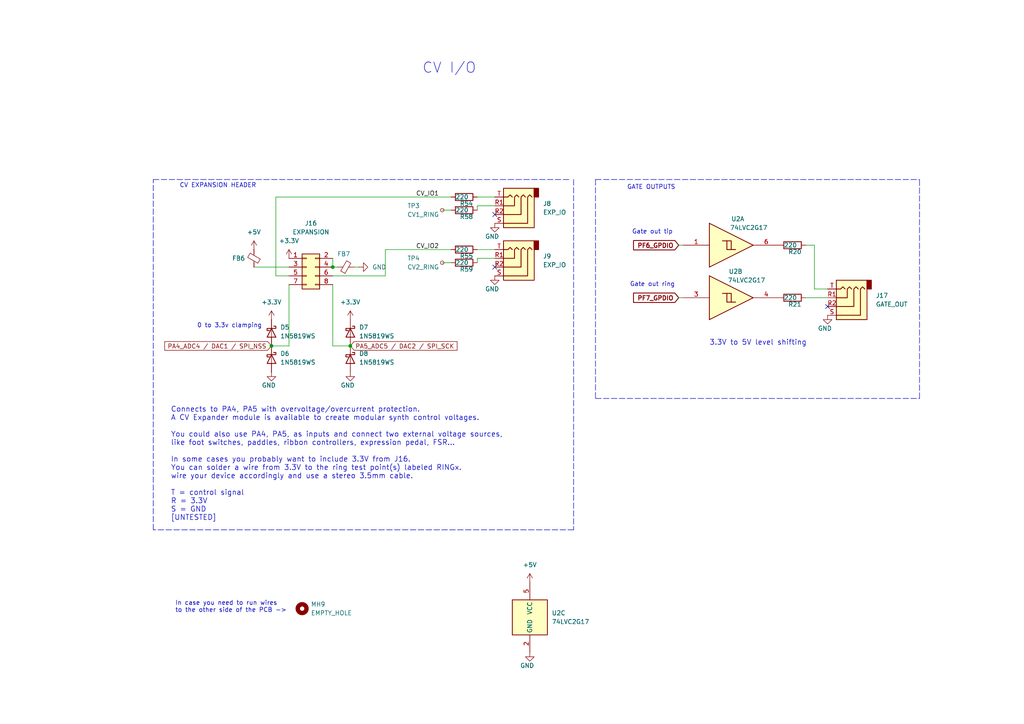
<source format=kicad_sch>
(kicad_sch (version 20250114) (generator "eeschema") (generator_version "9.0")
  (paper "A4")
  (title_block (title "https://github.com/ksoloti/ksoloti-gills") (date "2025-11-19") (rev "v0.6"))
  (lib_symbols
    (symbol "74xGxx:74LVC2G17"
      (property "Reference" "U" (at -1.27 7.62 0))
      (property "Value" "74LVC2G17" (at 2.54 -7.62 0))
      (symbol "74LVC2G17_1_1"
        (polyline (pts (xy -7.62 6.35) (xy -7.62 -6.35) (xy 5.08 0) (xy -7.62 6.35)) (stroke (width 0.254)) (fill (type background)))
        (polyline (pts (xy -3.81 1.27) (xy -2.54 1.27) (xy -2.54 -1.27) (xy 0 -1.27)) (stroke (width 0.254)) (fill (type background)))
        (polyline (pts (xy -2.54 1.27) (xy -1.27 1.27) (xy -1.27 -1.27)) (stroke (width 0.254)) (fill (type background)))
        (pin input line (at -15.24 0 0) (length 7.62) (name "~") (number "1"))
        (pin output line (at 12.7 0 180) (length 7.62) (name "~") (number "6"))
      )
      (symbol "74LVC2G17_2_1"
        (polyline (pts (xy -7.62 6.35) (xy -7.62 -6.35) (xy 5.08 0) (xy -7.62 6.35)) (stroke (width 0.254)) (fill (type background)))
        (polyline (pts (xy -3.81 1.27) (xy -2.54 1.27) (xy -2.54 -1.27) (xy 0 -1.27)) (stroke (width 0.254)) (fill (type background)))
        (polyline (pts (xy -2.54 1.27) (xy -1.27 1.27) (xy -1.27 -1.27)) (stroke (width 0.254)) (fill (type background)))
        (pin input line (at -15.24 0 0) (length 7.62) (name "~") (number "3"))
        (pin output line (at 12.7 0 180) (length 7.62) (name "~") (number "4"))
      )
      (symbol "74LVC2G17_3_0"
        (rectangle (start -5.08 -5.08) (end 5.08 5.08) (stroke (width 0.254)) (fill (type background)))
      )
      (symbol "74LVC2G17_3_1"
        (pin power_in line (at 0 10.16 270) (length 5.08) (name "VCC") (number "5"))
        (pin power_in line (at 0 -10.16 90) (length 5.08) (name "GND") (number "2"))
      )
    )
    (symbol "Connector:TestPoint_Small" (pin_numbers (hide yes)) (pin_names (offset 0.762) (hide yes))
      (property "Reference" "TP" (at 0 3.81 0))
      (property "Value" "TestPoint_Small" (at 0 2.032 0))
      (symbol "TestPoint_Small_0_1"
        (circle (center 0 0) (radius 0.508))
      )
      (symbol "TestPoint_Small_1_1"
        (pin passive line (at 0 0 90) (length 0) (name "1") (number "1"))
      )
    )
    (symbol "Connector_Audio:AudioJack4"
      (property "Reference" "J" (at 0 8.89 0))
      (property "Value" "AudioJack4" (at 0 6.35 0))
      (symbol "AudioJack4_0_1"
        (rectangle (start -6.35 -5.08) (end -7.62 -7.62) (stroke (width 0.254)) (fill (type outline)))
        (polyline (pts (xy -5.715 -5.08) (xy -5.08 -5.715) (xy -4.445 -5.08) (xy -4.445 2.54) (xy 2.54 2.54)) (stroke (width 0.254)))
        (polyline (pts (xy -1.905 -5.08) (xy -1.27 -5.715) (xy -0.635 -5.08) (xy -0.635 -2.54) (xy 2.54 -2.54)) (stroke (width 0.254)))
        (polyline (pts (xy 0 -5.08) (xy 0.635 -5.715) (xy 1.27 -5.08) (xy 2.54 -5.08)) (stroke (width 0.254)))
        (rectangle (start 2.54 3.81) (end -6.35 -7.62) (stroke (width 0.254)) (fill (type background)))
        (polyline (pts (xy 2.54 0) (xy -2.54 0) (xy -2.54 -5.08) (xy -3.175 -5.715) (xy -3.81 -5.08)) (stroke (width 0.254)))
      )
      (symbol "AudioJack4_1_1"
        (pin passive line (at 5.08 2.54 180) (length 2.54) (name "~") (number "S"))
        (pin passive line (at 5.08 0 180) (length 2.54) (name "~") (number "R2"))
        (pin passive line (at 5.08 -2.54 180) (length 2.54) (name "~") (number "R1"))
        (pin passive line (at 5.08 -5.08 180) (length 2.54) (name "~") (number "T"))
      )
    )
    (symbol "Connector_Generic:Conn_02x04_Odd_Even" (pin_names (offset 1.016) (hide yes))
      (property "Reference" "J" (at 1.27 5.08 0))
      (property "Value" "Conn_02x04_Odd_Even" (at 1.27 -7.62 0))
      (symbol "Conn_02x04_Odd_Even_1_1"
        (rectangle (start -1.27 3.81) (end 3.81 -6.35) (stroke (width 0.254)) (fill (type background)))
        (rectangle (start -1.27 2.667) (end 0 2.413) (stroke (width 0.1524)))
        (rectangle (start -1.27 0.127) (end 0 -0.127) (stroke (width 0.1524)))
        (rectangle (start -1.27 -2.413) (end 0 -2.667) (stroke (width 0.1524)))
        (rectangle (start -1.27 -4.953) (end 0 -5.207) (stroke (width 0.1524)))
        (rectangle (start 3.81 2.667) (end 2.54 2.413) (stroke (width 0.1524)))
        (rectangle (start 3.81 0.127) (end 2.54 -0.127) (stroke (width 0.1524)))
        (rectangle (start 3.81 -2.413) (end 2.54 -2.667) (stroke (width 0.1524)))
        (rectangle (start 3.81 -4.953) (end 2.54 -5.207) (stroke (width 0.1524)))
        (pin passive line (at -5.08 2.54 0) (length 3.81) (name "Pin_1") (number "1"))
        (pin passive line (at -5.08 0 0) (length 3.81) (name "Pin_3") (number "3"))
        (pin passive line (at -5.08 -2.54 0) (length 3.81) (name "Pin_5") (number "5"))
        (pin passive line (at -5.08 -5.08 0) (length 3.81) (name "Pin_7") (number "7"))
        (pin passive line (at 7.62 2.54 180) (length 3.81) (name "Pin_2") (number "2"))
        (pin passive line (at 7.62 0 180) (length 3.81) (name "Pin_4") (number "4"))
        (pin passive line (at 7.62 -2.54 180) (length 3.81) (name "Pin_6") (number "6"))
        (pin passive line (at 7.62 -5.08 180) (length 3.81) (name "Pin_8") (number "8"))
      )
    )
    (symbol "Device:FerriteBead_Small" (pin_numbers (hide yes)) (pin_names (offset 0))
      (property "Reference" "FB" (at 1.905 1.27 0))
      (property "Value" "FerriteBead_Small" (at 1.905 -1.27 0))
      (symbol "FerriteBead_Small_0_1"
        (polyline (pts (xy -1.8288 0.2794) (xy -1.1176 1.4986) (xy 1.8288 -0.2032) (xy 1.1176 -1.4224) (xy -1.8288 0.2794)))
        (polyline (pts (xy 0 0.889) (xy 0 1.2954)))
        (polyline (pts (xy 0 -1.27) (xy 0 -0.7874)))
      )
      (symbol "FerriteBead_Small_1_1"
        (pin passive line (at 0 2.54 270) (length 1.27) (name "~") (number "1"))
        (pin passive line (at 0 -2.54 90) (length 1.27) (name "~") (number "2"))
      )
    )
    (symbol "Device:R" (pin_numbers (hide yes)) (pin_names (offset 0))
      (property "Reference" "R" (at 2.032 0 90))
      (property "Value" "R" (at 0 0 90))
      (symbol "R_0_1"
        (rectangle (start -1.016 -2.54) (end 1.016 2.54) (stroke (width 0.254)))
      )
      (symbol "R_1_1"
        (pin passive line (at 0 3.81 270) (length 1.27) (name "~") (number "1"))
        (pin passive line (at 0 -3.81 90) (length 1.27) (name "~") (number "2"))
      )
    )
    (symbol "Diode:1N5819WS" (pin_numbers (hide yes)) (pin_names (offset 1.016) (hide yes))
      (property "Reference" "D" (at 0 2.54 0))
      (property "Value" "1N5819WS" (at 0 -2.54 0))
      (symbol "1N5819WS_0_1"
        (polyline (pts (xy -1.905 0.635) (xy -1.905 1.27) (xy -1.27 1.27) (xy -1.27 -1.27) (xy -0.635 -1.27) (xy -0.635 -0.635)) (stroke (width 0.254)))
        (polyline (pts (xy 1.27 1.27) (xy 1.27 -1.27) (xy -1.27 0) (xy 1.27 1.27)) (stroke (width 0.254)))
        (polyline (pts (xy 1.27 0) (xy -1.27 0)))
      )
      (symbol "1N5819WS_1_1"
        (pin passive line (at -3.81 0 0) (length 2.54) (name "K") (number "1"))
        (pin passive line (at 3.81 0 180) (length 2.54) (name "A") (number "2"))
      )
    )
    (symbol "Mechanical:MountingHole" (pin_names (offset 1.016)) (in_bom no)
      (property "Reference" "H" (at 0 5.08 0))
      (property "Value" "MountingHole" (at 0 3.175 0))
      (symbol "MountingHole_0_1"
        (circle (center 0 0) (radius 1.27) (stroke (width 1.27)))
      )
    )
    (symbol "power:+3.3V" (power) (pin_numbers (hide yes)) (pin_names (offset 0) (hide yes))
      (property "Value" "+3.3V" (at 0 3.556 0))
      (symbol "+3.3V_0_1"
        (polyline (pts (xy -0.762 1.27) (xy 0 2.54)))
        (polyline (pts (xy 0 2.54) (xy 0.762 1.27)))
        (polyline (pts (xy 0 0) (xy 0 2.54)))
      )
      (symbol "+3.3V_1_1"
        (pin power_in line (at 0 0 90) (length 0) (name "~") (number "1"))
      )
    )
    (symbol "power:+5V" (power) (pin_numbers (hide yes)) (pin_names (offset 0) (hide yes))
      (property "Value" "+5V" (at 0 3.556 0))
      (symbol "+5V_0_1"
        (polyline (pts (xy -0.762 1.27) (xy 0 2.54)))
        (polyline (pts (xy 0 2.54) (xy 0.762 1.27)))
        (polyline (pts (xy 0 0) (xy 0 2.54)))
      )
      (symbol "+5V_1_1"
        (pin power_in line (at 0 0 90) (length 0) (name "~") (number "1"))
      )
    )
    (symbol "power:GND" (power) (pin_numbers (hide yes)) (pin_names (offset 0) (hide yes))
      (property "Value" "GND" (at 0 -3.81 0))
      (symbol "GND_0_1"
        (polyline (pts (xy 0 0) (xy 0 -1.27) (xy 1.27 -1.27) (xy 0 -2.54) (xy -1.27 -1.27) (xy 0 -1.27)))
      )
      (symbol "GND_1_1"
        (pin power_in line (at 0 0 270) (length 0) (name "~") (number "1"))
      )
    )
  )
  (text "In case you need to run wires\nto the other side of the PCB ->" (at 50.8 177.8 0) (effects (font (size 1.27 1.27)) (justify left bottom)))
  (text "CV I/O" (at 122.428 21.59 0) (effects (font (size 3 3)) (justify left bottom)))
  (text "0 to 3.3v clamping" (at 57.15 95.25 0) (effects (font (size 1.27 1.27)) (justify left bottom)))
  (text "3.3V to 5V level shifting" (at 205.74 100.33 0) (effects (font (size 1.5 1.5)) (justify left bottom)))
  (text "GATE OUTPUTS" (at 181.864 55.118 0) (effects (font (size 1.27 1.27)) (justify left bottom)))
  (text "Connects to PA4, PA5 with overvoltage/overcurrent protection.\nA CV Expander module is available to create modular synth control voltages.\n\nYou could also use PA4, PA5, as inputs and connect two external voltage sources,\nlike foot switches, paddles, ribbon controllers, expression pedal, FSR...\n\nIn some cases you probably want to include 3.3V from J16.\nYou can solder a wire from 3.3V to the ring test point(s) labeled RINGx.\nwire your device accordingly and use a stereo 3.5mm cable.\n\nT = control signal\nR = 3.3V\nS = GND\n[UNTESTED]" (at 49.53 151.13 0) (effects (font (size 1.5 1.5)) (justify left bottom)))
  (text "Gate out tip" (at 189.23 67.31 0) (effects (font (size 1.27 1.27))))
  (text "Gate out ring" (at 189.23 82.55 0) (effects (font (size 1.27 1.27))))
  (text "CV EXPANSION HEADER" (at 52.07 54.61 0) (effects (font (size 1.27 1.27)) (justify left bottom)))
  (junction (at 101.6 100.33))
  (junction (at 78.74 100.33))
  (junction (at 96.52 77.47))
  (no_connect (at 240.03 88.9))
  (no_connect (at 143.51 62.23))
  (no_connect (at 143.51 77.47))
  (wire (pts (xy 96.52 74.93) (xy 96.52 77.47)))
  (wire (pts (xy 97.79 77.47) (xy 96.52 77.47)))
  (wire (pts (xy 236.22 83.82) (xy 236.22 71.12)))
  (wire (pts (xy 236.22 71.12) (xy 233.68 71.12)))
  (wire (pts (xy 96.52 80.01) (xy 111.76 80.01)))
  (wire (pts (xy 196.85 86.36) (xy 198.12 86.36)))
  (wire (pts (xy 236.22 83.82) (xy 240.03 83.82)))
  (wire (pts (xy 233.68 86.36) (xy 240.03 86.36)))
  (wire (pts (xy 138.43 72.39) (xy 143.51 72.39)))
  (wire (pts (xy 83.82 82.55) (xy 83.82 100.33)))
  (wire (pts (xy 143.51 74.93) (xy 138.43 74.93)))
  (wire (pts (xy 80.01 57.15) (xy 80.01 80.01)))
  (wire (pts (xy 128.27 76.2) (xy 130.81 76.2)))
  (polyline (pts (xy 166.37 153.67) (xy 44.45 153.67)) (stroke (width 0) (type dash)))
  (polyline (pts (xy 266.7 115.57) (xy 266.7 52.07)) (stroke (width 0) (type dash)))
  (wire (pts (xy 96.52 82.55) (xy 96.52 100.33)))
  (polyline (pts (xy 172.72 52.07) (xy 172.72 115.57)) (stroke (width 0) (type dash)))
  (wire (pts (xy 73.66 77.47) (xy 83.82 77.47)))
  (polyline (pts (xy 172.72 115.57) (xy 266.7 115.57)) (stroke (width 0) (type dash)))
  (wire (pts (xy 102.87 77.47) (xy 104.14 77.47)))
  (wire (pts (xy 128.27 60.96) (xy 130.81 60.96)))
  (wire (pts (xy 196.85 71.12) (xy 198.12 71.12)))
  (wire (pts (xy 111.76 80.01) (xy 111.76 72.39)))
  (polyline (pts (xy 44.45 153.67) (xy 44.45 52.07)) (stroke (width 0) (type dash)))
  (wire (pts (xy 96.52 100.33) (xy 101.6 100.33)))
  (wire (pts (xy 80.01 57.15) (xy 130.81 57.15)))
  (wire (pts (xy 138.43 59.69) (xy 138.43 60.96)))
  (wire (pts (xy 111.76 72.39) (xy 130.81 72.39)))
  (polyline (pts (xy 166.37 52.07) (xy 166.37 153.67)) (stroke (width 0) (type dash)))
  (wire (pts (xy 78.74 100.33) (xy 83.82 100.33)))
  (polyline (pts (xy 172.72 52.07) (xy 266.7 52.07)) (stroke (width 0) (type dash)))
  (wire (pts (xy 138.43 57.15) (xy 143.51 57.15)))
  (wire (pts (xy 138.43 74.93) (xy 138.43 76.2)))
  (wire (pts (xy 143.51 59.69) (xy 138.43 59.69)))
  (wire (pts (xy 83.82 80.01) (xy 80.01 80.01)))
  (polyline (pts (xy 44.45 52.07) (xy 165.1 52.07)) (stroke (width 0) (type dash)))
  (label "CV_IO2" (at 120.65 72.39 0))
  (label "CV_IO1" (at 120.65 57.15 0))
  (global_label "PF6_GPDIO" (shape input) (at 196.85 71.12 180) (effects (font (thickness 0.254) (bold yes))) (property "Intersheetrefs" "${INTERSHEET_REFS}" (effects (hide yes))))
  (global_label "PA4_ADC4 {slash} DAC1 {slash} SPI_NSS" (shape input) (at 78.74 100.33 180) (property "Intersheetrefs" "${INTERSHEET_REFS}" (effects (hide yes))))
  (global_label "PA5_ADC5 {slash} DAC2 {slash} SPI_SCK" (shape input) (at 101.6 100.33 0) (property "Intersheetrefs" "${INTERSHEET_REFS}" (effects (hide yes))))
  (global_label "PF7_GPDIO" (shape input) (at 196.85 86.36 180) (effects (font (thickness 0.254) (bold yes))) (property "Intersheetrefs" "${INTERSHEET_REFS}" (effects (hide yes))))
  (symbol (lib_id "Connector:TestPoint_Small") (at 128.27 60.96 0) (unit 1) (in_bom no)
    (property "Reference" "TP3" (at 118.11 59.69 0) (effects (justify left)))
    (property "Value" "CV1_RING" (at 118.11 62.23 0) (effects (justify left)))
    (property "Footprint" "TestPoint:TestPoint_THTPad_D1.5mm_Drill0.7mm" (effects (hide yes)))
    (property "Description" "test point" (effects (hide yes)))
  )
  (symbol (lib_id "74xGxx:74LVC2G17") (at 213.36 71.12 0) (unit 1)
    (property "Reference" "U2" (at 213.995 63.5 0))
    (property "Value" "74LVC2G17" (at 217.17 66.04 0))
    (property "Footprint" "Package_TO_SOT_SMD:SOT-23-6" (effects (hide yes)))
    (property "Datasheet" "http://www.ti.com/lit/sg/scyt129e/scyt129e.pdf" (effects (hide yes)))
    (property "Description" "Dual Buffer, Schmitt Triggered, Low-Voltage CMOS" (effects (hide yes)))
  )
  (symbol (lib_id "Connector:TestPoint_Small") (at 128.27 76.2 0) (unit 1) (in_bom no)
    (property "Reference" "TP4" (at 118.11 74.93 0) (effects (justify left)))
    (property "Value" "CV2_RING" (at 118.11 77.47 0) (effects (justify left)))
    (property "Footprint" "TestPoint:TestPoint_THTPad_D1.5mm_Drill0.7mm" (effects (hide yes)))
    (property "Description" "test point" (effects (hide yes)))
  )
  (symbol (lib_id "Connector_Audio:AudioJack4") (at 245.11 88.9 180) (unit 1)
    (property "Reference" "J17" (at 254 85.7249 0) (effects (justify right)))
    (property "Value" "GATE_OUT" (at 254 88.2649 0) (effects (justify right)))
    (property "Footprint" "Library:PJ-320A_THT" (effects (hide yes)))
    (property "Description" "Audio Jack, 4 Poles (TRRS)" (effects (hide yes)))
  )
  (symbol (lib_id "Device:FerriteBead_Small") (at 73.66 74.93 0) (unit 1)
    (property "Reference" "FB6" (at 67.31 74.93 0) (effects (justify left)))
    (property "Value" "100 ohm @ 100 Mhz" (effects (hide yes)))
    (property "Footprint" "Resistor_SMD:R_0805_2012Metric" (effects (hide yes)))
    (property "Description" "Ferrite bead, small symbol" (effects (hide yes)))
  )
  (symbol (lib_id "Diode:1N5819WS") (at 78.74 104.14 270) (unit 1)
    (property "Reference" "D6" (at 81.28 102.5524 90) (effects (justify left)))
    (property "Value" "1N5819WS" (at 81.28 105.0924 90) (effects (justify left)))
    (property "Footprint" "Diode_SMD:D_SOD-323" (effects (hide yes)))
    (property "Datasheet" "https://datasheet.lcsc.com/lcsc/2204281430_Guangdong-Hottech-1N5819WS_C191023.pdf" (effects (hide yes)))
    (property "Description" "40V 600mV@1A 1A SOD-323 Schottky Barrier Diodes, SOD-323" (effects (hide yes)))
  )
  (symbol (lib_id "power:GND") (at 153.67 189.23 0) (unit 1)
    (property "Reference" "#PWR041" (effects (hide yes)))
    (property "Value" "GND" (at 154.94 193.04 0) (effects (justify right)))
    (property "Description" "Power symbol creates a global label with name \"GND\" , ground" (effects (hide yes)))
  )
  (symbol (lib_id "Connector_Generic:Conn_02x04_Odd_Even") (at 88.9 77.47 0) (unit 1)
    (property "Reference" "J16" (at 90.17 64.77 0))
    (property "Value" "EXPANSION" (at 90.17 67.31 0))
    (property "Footprint" "Connector_PinHeader_2.54mm:PinHeader_2x04_P2.54mm_Vertical" (effects (hide yes)))
    (property "Description" "Generic connector, double row, 02x04, odd/even pin numbering scheme (row 1 odd numbers, row 2 even numbers), script generated (kicad-library-utils/schlib/autogen/connector/)" (effects (hide yes)))
  )
  (symbol (lib_id "Mechanical:MountingHole") (at 87.63 176.53 0) (unit 1) (in_bom no)
    (property "Reference" "MH9" (at 90.17 175.2599 0) (effects (justify left)))
    (property "Value" "EMPTY_HOLE" (at 90.17 177.7999 0) (effects (justify left)))
    (property "Footprint" "MountingHole:MountingHole_6mm" (effects (hide yes)))
    (property "Description" "Mounting Hole without connection" (effects (hide yes)))
  )
  (symbol (lib_id "power:GND") (at 143.51 80.01 0) (unit 1)
    (property "Reference" "#PWR0149" (effects (hide yes)))
    (property "Value" "GND" (at 144.78 83.82 0) (effects (justify right)))
    (property "Description" "Power symbol creates a global label with name \"GND\" , ground" (effects (hide yes)))
  )
  (symbol (lib_id "Diode:1N5819WS") (at 101.6 96.52 270) (unit 1)
    (property "Reference" "D7" (at 104.14 94.9324 90) (effects (justify left)))
    (property "Value" "1N5819WS" (at 104.14 97.4724 90) (effects (justify left)))
    (property "Footprint" "Diode_SMD:D_SOD-323" (effects (hide yes)))
    (property "Datasheet" "https://datasheet.lcsc.com/lcsc/2204281430_Guangdong-Hottech-1N5819WS_C191023.pdf" (effects (hide yes)))
    (property "Description" "40V 600mV@1A 1A SOD-323 Schottky Barrier Diodes, SOD-323" (effects (hide yes)))
  )
  (symbol (lib_id "Device:FerriteBead_Small") (at 100.33 77.47 90) (unit 1)
    (property "Reference" "FB7" (at 101.6 73.66 90) (effects (justify left)))
    (property "Value" "100 ohm @ 100 Mhz" (effects (hide yes)))
    (property "Footprint" "Resistor_SMD:R_0805_2012Metric" (effects (hide yes)))
    (property "Description" "Ferrite bead, small symbol" (effects (hide yes)))
  )
  (symbol (lib_id "Diode:1N5819WS") (at 78.74 96.52 270) (unit 1)
    (property "Reference" "D5" (at 81.28 94.9324 90) (effects (justify left)))
    (property "Value" "1N5819WS" (at 81.28 97.4724 90) (effects (justify left)))
    (property "Footprint" "Diode_SMD:D_SOD-323" (effects (hide yes)))
    (property "Datasheet" "https://datasheet.lcsc.com/lcsc/2204281430_Guangdong-Hottech-1N5819WS_C191023.pdf" (effects (hide yes)))
    (property "Description" "40V 600mV@1A 1A SOD-323 Schottky Barrier Diodes, SOD-323" (effects (hide yes)))
  )
  (symbol (lib_id "power:GND") (at 78.74 107.95 0) (unit 1)
    (property "Reference" "#PWR0146" (effects (hide yes)))
    (property "Value" "GND" (at 80.01 111.76 0) (effects (justify right)))
    (property "Description" "Power symbol creates a global label with name \"GND\" , ground" (effects (hide yes)))
  )
  (symbol (lib_id "Diode:1N5819WS") (at 101.6 104.14 270) (unit 1)
    (property "Reference" "D8" (at 104.14 102.5524 90) (effects (justify left)))
    (property "Value" "1N5819WS" (at 104.14 105.0924 90) (effects (justify left)))
    (property "Footprint" "Diode_SMD:D_SOD-323" (effects (hide yes)))
    (property "Datasheet" "https://datasheet.lcsc.com/lcsc/2204281430_Guangdong-Hottech-1N5819WS_C191023.pdf" (effects (hide yes)))
    (property "Description" "40V 600mV@1A 1A SOD-323 Schottky Barrier Diodes, SOD-323" (effects (hide yes)))
  )
  (symbol (lib_id "Device:R") (at 134.62 72.39 270) (unit 1)
    (property "Reference" "R55" (at 133.35 74.295 90) (effects (justify left)))
    (property "Value" "220" (at 132.08 72.39 90) (effects (justify left)))
    (property "Footprint" "Resistor_SMD:R_0603_1608Metric" (effects (hide yes)))
    (property "Description" "Resistor" (effects (hide yes)))
  )
  (symbol (lib_id "Connector_Audio:AudioJack4") (at 148.59 62.23 180) (unit 1)
    (property "Reference" "J8" (at 157.48 59.0549 0) (effects (justify right)))
    (property "Value" "EXP_IO" (at 157.48 61.5949 0) (effects (justify right)))
    (property "Footprint" "Library:PJ-320A_THT" (effects (hide yes)))
    (property "Description" "Audio Jack, 4 Poles (TRRS)" (effects (hide yes)))
  )
  (symbol (lib_id "power:+3.3V") (at 83.82 74.93 0) (unit 1)
    (property "Reference" "#PWR0150" (effects (hide yes)))
    (property "Value" "+3.3V" (at 83.82 69.85 0))
    (property "Description" "Power symbol creates a global label with name \"+3.3V\"" (effects (hide yes)))
  )
  (symbol (lib_id "Device:R") (at 134.62 60.96 270) (unit 1)
    (property "Reference" "R58" (at 133.35 62.865 90) (effects (justify left)))
    (property "Value" "220" (at 132.08 60.96 90) (effects (justify left)))
    (property "Footprint" "Resistor_SMD:R_0603_1608Metric" (effects (hide yes)))
    (property "Description" "Resistor" (effects (hide yes)))
  )
  (symbol (lib_id "power:GND") (at 104.14 77.47 90) (unit 1)
    (property "Reference" "#PWR063" (effects (hide yes)))
    (property "Value" "GND" (at 107.95 77.47 90) (effects (justify right)))
    (property "Description" "Power symbol creates a global label with name \"GND\" , ground" (effects (hide yes)))
  )
  (symbol (lib_id "Device:R") (at 134.62 57.15 270) (unit 1)
    (property "Reference" "R54" (at 133.35 59.055 90) (effects (justify left)))
    (property "Value" "220" (at 132.08 57.15 90) (effects (justify left)))
    (property "Footprint" "Resistor_SMD:R_0603_1608Metric" (effects (hide yes)))
    (property "Description" "Resistor" (effects (hide yes)))
  )
  (symbol (lib_id "power:+3.3V") (at 101.6 92.71 0) (unit 1)
    (property "Reference" "#PWR0147" (effects (hide yes)))
    (property "Value" "+3.3V" (at 101.6 87.63 0))
    (property "Description" "Power symbol creates a global label with name \"+3.3V\"" (effects (hide yes)))
  )
  (symbol (lib_id "74xGxx:74LVC2G17") (at 153.67 179.07 0) (unit 3)
    (property "Reference" "U2" (at 160.02 177.7999 0) (effects (justify left)))
    (property "Value" "74LVC2G17" (at 160.02 180.3399 0) (effects (justify left)))
    (property "Footprint" "Package_TO_SOT_SMD:SOT-23-6" (effects (hide yes)))
    (property "Datasheet" "http://www.ti.com/lit/sg/scyt129e/scyt129e.pdf" (effects (hide yes)))
    (property "Description" "Dual Buffer, Schmitt Triggered, Low-Voltage CMOS" (effects (hide yes)))
  )
  (symbol (lib_id "power:GND") (at 143.51 64.77 0) (unit 1)
    (property "Reference" "#PWR0109" (effects (hide yes)))
    (property "Value" "GND" (at 144.78 68.58 0) (effects (justify right)))
    (property "Description" "Power symbol creates a global label with name \"GND\" , ground" (effects (hide yes)))
  )
  (symbol (lib_id "Device:R") (at 229.87 86.36 270) (unit 1)
    (property "Reference" "R21" (at 228.6 88.265 90) (effects (justify left)))
    (property "Value" "220" (at 227.33 86.36 90) (effects (justify left)))
    (property "Footprint" "Resistor_SMD:R_0603_1608Metric" (effects (hide yes)))
    (property "Description" "Resistor" (effects (hide yes)))
  )
  (symbol (lib_id "power:+5V") (at 153.67 168.91 0) (unit 1)
    (property "Reference" "#PWR042" (effects (hide yes)))
    (property "Value" "+5V" (at 153.67 163.83 0))
    (property "Description" "Power symbol creates a global label with name \"+5V\"" (effects (hide yes)))
  )
  (symbol (lib_id "power:+3.3V") (at 78.74 92.71 0) (unit 1)
    (property "Reference" "#PWR0145" (effects (hide yes)))
    (property "Value" "+3.3V" (at 78.74 87.63 0))
    (property "Description" "Power symbol creates a global label with name \"+3.3V\"" (effects (hide yes)))
  )
  (symbol (lib_id "power:+5V") (at 73.66 72.39 0) (unit 1)
    (property "Reference" "#PWR0142" (effects (hide yes)))
    (property "Value" "+5V" (at 73.66 67.31 0))
    (property "Description" "Power symbol creates a global label with name \"+5V\"" (effects (hide yes)))
  )
  (symbol (lib_id "power:GND") (at 240.03 91.44 0) (unit 1)
    (property "Reference" "#PWR08" (effects (hide yes)))
    (property "Value" "GND" (at 241.3 95.25 0) (effects (justify right)))
    (property "Description" "Power symbol creates a global label with name \"GND\" , ground" (effects (hide yes)))
  )
  (symbol (lib_id "74xGxx:74LVC2G17") (at 213.36 86.36 0) (unit 2)
    (property "Reference" "U2" (at 213.36 78.74 0))
    (property "Value" "74LVC2G17" (at 216.535 81.28 0))
    (property "Footprint" "Package_TO_SOT_SMD:SOT-23-6" (effects (hide yes)))
    (property "Datasheet" "http://www.ti.com/lit/sg/scyt129e/scyt129e.pdf" (effects (hide yes)))
    (property "Description" "Dual Buffer, Schmitt Triggered, Low-Voltage CMOS" (effects (hide yes)))
  )
  (symbol (lib_id "power:GND") (at 101.6 107.95 0) (unit 1)
    (property "Reference" "#PWR0148" (effects (hide yes)))
    (property "Value" "GND" (at 102.87 111.76 0) (effects (justify right)))
    (property "Description" "Power symbol creates a global label with name \"GND\" , ground" (effects (hide yes)))
  )
  (symbol (lib_id "Device:R") (at 229.87 71.12 270) (unit 1)
    (property "Reference" "R20" (at 228.6 73.025 90) (effects (justify left)))
    (property "Value" "220" (at 227.33 71.12 90) (effects (justify left)))
    (property "Footprint" "Resistor_SMD:R_0603_1608Metric" (effects (hide yes)))
    (property "Description" "Resistor" (effects (hide yes)))
  )
  (symbol (lib_id "Connector_Audio:AudioJack4") (at 148.59 77.47 180) (unit 1)
    (property "Reference" "J9" (at 157.48 74.2949 0) (effects (justify right)))
    (property "Value" "EXP_IO" (at 157.48 76.8349 0) (effects (justify right)))
    (property "Footprint" "Library:PJ-320A_THT" (effects (hide yes)))
    (property "Description" "Audio Jack, 4 Poles (TRRS)" (effects (hide yes)))
  )
  (symbol (lib_id "Device:R") (at 134.62 76.2 270) (unit 1)
    (property "Reference" "R59" (at 133.35 78.105 90) (effects (justify left)))
    (property "Value" "220" (at 132.08 76.2 90) (effects (justify left)))
    (property "Footprint" "Resistor_SMD:R_0603_1608Metric" (effects (hide yes)))
    (property "Description" "Resistor" (effects (hide yes)))
  )
)
</source>
